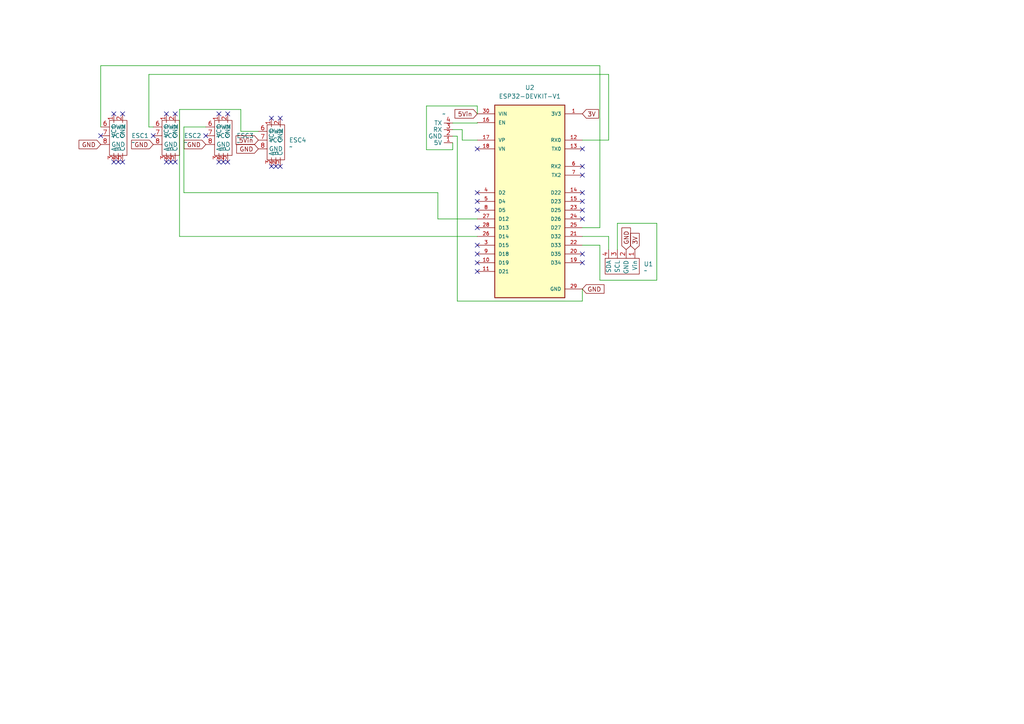
<source format=kicad_sch>
(kicad_sch (version 20250114) (generator "eeschema") (generator_version "9.0")
  (paper "A4")
  (lib_symbols
    (symbol "drone:ESC"
      (property "Reference" "ESC" (at 0 0 0))
      (symbol "ESC_0_1"
        (rectangle (start -2.54 3.175) (end 2.54 -6.985))
      )
      (symbol "ESC_1_1"
        (pin input line (at -5.08 1.27 0) (length 2.54) (name "PWM") (number "6"))
        (pin input line (at -5.08 -1.27 0) (length 2.54) (name "VCC") (number "7"))
        (pin input line (at -5.08 -3.81 0) (length 2.54) (name "GND") (number "8"))
        (pin input line (at -1.27 5.08 270) (length 2.54) (name "VCC") (number "1"))
        (pin output line (at -1.27 -8.89 90) (length 2.54) (name "A") (number "3"))
        (pin output line (at 0 -8.89 90) (length 2.54) (name "B") (number "4"))
        (pin input line (at 1.27 5.08 270) (length 2.54) (name "GND") (number "2"))
        (pin output line (at 1.27 -8.89 90) (length 2.54) (name "C") (number "5"))
      )
    )
    (symbol "drone:IMU"
      (property "Reference" "U" (at 0 -2.54 0))
      (symbol "IMU_0_1"
        (rectangle (start -5.08 4.572) (end 4.826 0))
      )
      (symbol "IMU_1_1"
        (pin input line (at -3.81 -2.54 90) (length 2.54) (name "Vin") (number "1"))
        (pin input line (at -1.27 -2.54 90) (length 2.54) (name "GND") (number "2"))
        (pin input line (at 1.27 -2.54 90) (length 2.54) (name "SCL") (number "3"))
        (pin input line (at 3.81 -2.54 90) (length 2.54) (name "SDA") (number "4"))
      )
    )
    (symbol "drone:lidar"
      (symbol "lidar_1_1"
        (pin bidirectional line (at -2.54 0 90) (length 2.54) (name "5V") (number "1"))
        (pin bidirectional line (at -0.635 0 90) (length 2.54) (name "GND") (number "2"))
        (pin bidirectional line (at 1.27 0 90) (length 2.54) (name "RX") (number "3"))
        (pin bidirectional line (at 3.175 0 90) (length 2.54) (name "TX") (number "4"))
      )
    )
    (symbol "esp32:ESP32-DEVKIT-V1" (pin_names (offset 1.016))
      (property "Reference" "U" (at -10.16 30.48 0))
      (property "Value" "ESP32-DEVKIT-V1" (at -10.16 -30.48 0))
      (symbol "ESP32-DEVKIT-V1_0_0"
        (rectangle (start -10.16 -27.94) (end 10.16 27.94) (stroke (width 0.254)) (fill (type background)))
        (pin input line (at -15.24 25.4 0) (length 5.08) (name "VIN") (number "30"))
        (pin input line (at -15.24 22.86 0) (length 5.08) (name "EN") (number "16"))
        (pin bidirectional line (at -15.24 17.78 0) (length 5.08) (name "VP") (number "17"))
        (pin bidirectional line (at -15.24 15.24 0) (length 5.08) (name "VN") (number "18"))
        (pin bidirectional line (at -15.24 2.54 0) (length 5.08) (name "D2") (number "4"))
        (pin bidirectional line (at -15.24 0 0) (length 5.08) (name "D4") (number "5"))
        (pin bidirectional line (at -15.24 -2.54 0) (length 5.08) (name "D5") (number "8"))
        (pin bidirectional line (at -15.24 -5.08 0) (length 5.08) (name "D12") (number "27"))
        (pin bidirectional line (at -15.24 -7.62 0) (length 5.08) (name "D13") (number "28"))
        (pin bidirectional line (at -15.24 -10.16 0) (length 5.08) (name "D14") (number "26"))
        (pin bidirectional line (at -15.24 -12.7 0) (length 5.08) (name "D15") (number "3"))
        (pin bidirectional line (at -15.24 -15.24 0) (length 5.08) (name "D18") (number "9"))
        (pin bidirectional line (at -15.24 -17.78 0) (length 5.08) (name "D19") (number "10"))
        (pin bidirectional line (at -15.24 -20.32 0) (length 5.08) (name "D21") (number "11"))
        (pin output line (at 15.24 25.4 180) (length 5.08) (name "3V3") (number "1"))
        (pin input line (at 15.24 17.78 180) (length 5.08) (name "RX0") (number "12"))
        (pin output line (at 15.24 15.24 180) (length 5.08) (name "TX0") (number "13"))
        (pin input line (at 15.24 10.16 180) (length 5.08) (name "RX2") (number "6"))
        (pin output line (at 15.24 7.62 180) (length 5.08) (name "TX2") (number "7"))
        (pin bidirectional line (at 15.24 2.54 180) (length 5.08) (name "D22") (number "14"))
        (pin bidirectional line (at 15.24 0 180) (length 5.08) (name "D23") (number "15"))
        (pin bidirectional line (at 15.24 -2.54 180) (length 5.08) (name "D25") (number "23"))
        (pin bidirectional line (at 15.24 -5.08 180) (length 5.08) (name "D26") (number "24"))
        (pin bidirectional line (at 15.24 -7.62 180) (length 5.08) (name "D27") (number "25"))
        (pin bidirectional line (at 15.24 -10.16 180) (length 5.08) (name "D32") (number "21"))
        (pin bidirectional line (at 15.24 -12.7 180) (length 5.08) (name "D33") (number "22"))
        (pin bidirectional line (at 15.24 -15.24 180) (length 5.08) (name "D35") (number "20"))
        (pin bidirectional line (at 15.24 -17.78 180) (length 5.08) (name "D34") (number "19"))
        (pin power_in line (at 15.24 -25.4 180) (length 5.08) (name "GND") (number "29"))
      )
    )
  )
  (no_connect (at 168.91 58.42))
  (no_connect (at 35.56 33.02))
  (no_connect (at 168.91 43.18))
  (no_connect (at 138.43 71.12))
  (no_connect (at 168.91 50.8))
  (no_connect (at 29.21 39.37))
  (no_connect (at 138.43 76.2))
  (no_connect (at 48.26 46.99))
  (no_connect (at 81.28 48.26))
  (no_connect (at 138.43 43.18))
  (no_connect (at 168.91 63.5))
  (no_connect (at 168.91 73.66))
  (no_connect (at 44.45 39.37))
  (no_connect (at 34.29 46.99))
  (no_connect (at 50.8 33.02))
  (no_connect (at 78.74 48.26))
  (no_connect (at 138.43 55.88))
  (no_connect (at 138.43 73.66))
  (no_connect (at 168.91 60.96))
  (no_connect (at 138.43 66.04))
  (no_connect (at 35.56 46.99))
  (no_connect (at 64.77 46.99))
  (no_connect (at 78.74 34.29))
  (no_connect (at 168.91 48.26))
  (no_connect (at 66.04 33.02))
  (no_connect (at 33.02 33.02))
  (no_connect (at 168.91 55.88))
  (no_connect (at 63.5 33.02))
  (no_connect (at 50.8 46.99))
  (no_connect (at 49.53 46.99))
  (no_connect (at 80.01 48.26))
  (no_connect (at 138.43 60.96))
  (no_connect (at 138.43 58.42))
  (no_connect (at 63.5 46.99))
  (no_connect (at 81.28 34.29))
  (no_connect (at 33.02 46.99))
  (no_connect (at 66.04 46.99))
  (no_connect (at 168.91 76.2))
  (no_connect (at 59.69 39.37))
  (no_connect (at 138.43 78.74))
  (no_connect (at 48.26 33.02))
  (wire (pts (xy 132.635 87.335) (xy 132.635 39.497)))
  (wire (pts (xy 168.91 83.82) (xy 168.91 87.335)))
  (wire (pts (xy 131.318 35.687) (xy 138.43 35.687)))
  (wire (pts (xy 134.064 37.592) (xy 131.318 37.592)))
  (wire (pts (xy 168.91 71.12) (xy 173.99 71.12)))
  (wire (pts (xy 138.43 30.734) (xy 123.698 30.734)))
  (wire (pts (xy 138.43 33.02) (xy 138.43 30.734)))
  (wire (pts (xy 69.85 38.1) (xy 74.93 38.1)))
  (wire (pts (xy 132.635 39.497) (xy 131.318 39.497)))
  (wire (pts (xy 69.85 31.75) (xy 52.07 31.75)))
  (wire (pts (xy 176.53 40.64) (xy 168.91 40.64)))
  (wire (pts (xy 123.698 43.434) (xy 131.318 43.434)))
  (wire (pts (xy 127 63.5) (xy 138.43 63.5)))
  (wire (pts (xy 59.69 36.83) (xy 53.34 36.83)))
  (wire (pts (xy 43.18 21.59) (xy 176.53 21.59)))
  (wire (pts (xy 173.99 81.28) (xy 190.5 81.28)))
  (wire (pts (xy 176.53 21.59) (xy 176.53 40.64)))
  (wire (pts (xy 43.18 36.83) (xy 44.45 36.83)))
  (wire (pts (xy 123.698 30.734) (xy 123.698 43.434)))
  (wire (pts (xy 29.21 36.83) (xy 29.21 19.05)))
  (wire (pts (xy 127 55.88) (xy 127 63.5)))
  (wire (pts (xy 176.53 68.58) (xy 176.53 72.39)))
  (wire (pts (xy 134.064 40.64) (xy 134.064 37.592)))
  (wire (pts (xy 138.43 40.64) (xy 134.064 40.64)))
  (wire (pts (xy 138.43 35.687) (xy 138.43 35.56)))
  (wire (pts (xy 173.99 71.12) (xy 173.99 81.28)))
  (wire (pts (xy 168.91 68.58) (xy 176.53 68.58)))
  (wire (pts (xy 190.5 81.28) (xy 190.5 64.77)))
  (wire (pts (xy 173.99 19.05) (xy 173.99 66.04)))
  (wire (pts (xy 69.85 38.1) (xy 69.85 31.75)))
  (wire (pts (xy 190.5 64.77) (xy 179.07 64.77)))
  (wire (pts (xy 53.34 36.83) (xy 53.34 55.88)))
  (wire (pts (xy 53.34 55.88) (xy 127 55.88)))
  (wire (pts (xy 173.99 66.04) (xy 168.91 66.04)))
  (wire (pts (xy 52.07 68.58) (xy 138.43 68.58)))
  (wire (pts (xy 52.07 31.75) (xy 52.07 68.58)))
  (wire (pts (xy 131.318 43.434) (xy 131.318 41.402)))
  (wire (pts (xy 29.21 19.05) (xy 173.99 19.05)))
  (wire (pts (xy 168.91 87.335) (xy 132.635 87.335)))
  (wire (pts (xy 179.07 64.77) (xy 179.07 72.39)))
  (wire (pts (xy 43.18 36.83) (xy 43.18 21.59)))
  (global_label "GND" (shape input) (at 181.61 72.39 90) (property "Intersheetrefs" "${INTERSHEET_REFS}" (effects (hide yes))))
  (global_label "GND" (shape input) (at 29.21 41.91 180) (property "Intersheetrefs" "${INTERSHEET_REFS}" (effects (hide yes))))
  (global_label "GND" (shape input) (at 59.69 41.91 180) (property "Intersheetrefs" "${INTERSHEET_REFS}" (effects (hide yes))))
  (global_label "GND" (shape input) (at 74.93 43.18 180) (property "Intersheetrefs" "${INTERSHEET_REFS}" (effects (hide yes))))
  (global_label "3V" (shape input) (at 168.91 33.02 0) (property "Intersheetrefs" "${INTERSHEET_REFS}" (effects (hide yes))))
  (global_label "GND" (shape input) (at 44.45 41.91 180) (property "Intersheetrefs" "${INTERSHEET_REFS}" (effects (hide yes))))
  (global_label "GND" (shape input) (at 168.91 83.82 0) (property "Intersheetrefs" "${INTERSHEET_REFS}" (effects (hide yes))))
  (global_label "5Vin" (shape input) (at 74.93 40.64 180) (property "Intersheetrefs" "${INTERSHEET_REFS}" (effects (hide yes))))
  (global_label "3V" (shape input) (at 184.15 72.39 90) (property "Intersheetrefs" "${INTERSHEET_REFS}" (effects (hide yes))))
  (global_label "5Vin" (shape input) (at 138.43 33.02 180) (property "Intersheetrefs" "${INTERSHEET_REFS}" (effects (hide yes))))
  (symbol (lib_id "drone:IMU") (at 180.34 74.93 180) (unit 1)
    (property "Reference" "U1" (at 186.69 76.5809 0) (effects (justify right)))
    (property "Value" "~" (at 186.69 78.486 0) (effects (justify right)))
    (property "Footprint" "Connector_PinSocket_2.54mm:PinSocket_1x10_P2.54mm_Vertical" (effects (hide yes)))
  )
  (symbol (lib_id "drone:ESC") (at 34.29 38.1 0) (unit 1)
    (property "Reference" "ESC1" (at 38.1 39.3699 0) (effects (justify left)))
    (property "Value" "~" (at 38.1 41.275 0) (effects (justify left)))
    (property "Footprint" "Connector_PinSocket_2.54mm:PinSocket_1x02_P2.54mm_Vertical" (effects (hide yes)))
  )
  (symbol (lib_id "drone:ESC") (at 64.77 38.1 0) (unit 1)
    (property "Reference" "ESC3" (at 68.58 39.3699 0) (effects (justify left)))
    (property "Value" "~" (at 68.58 41.275 0) (effects (justify left)))
    (property "Footprint" "Connector_PinSocket_2.54mm:PinSocket_1x02_P2.54mm_Vertical" (effects (hide yes)))
  )
  (symbol (lib_id "esp32:ESP32-DEVKIT-V1") (at 153.67 58.42 0) (unit 1)
    (property "Reference" "U2" (at 153.67 25.4 0))
    (property "Value" "ESP32-DEVKIT-V1" (at 153.67 27.94 0))
    (property "Footprint" "esp32:MODULE_ESP32_DEVKIT_V1" (effects (hide yes)))
    (property "MF" "Do it" (effects (hide yes)))
    (property "MAXIMUM_PACKAGE_HEIGHT" "6.8 mm" (effects (hide yes)))
    (property "Package" "None" (effects (hide yes)))
    (property "Price" "None" (effects (hide yes)))
    (property "Check_prices" "https://www.snapeda.com/parts/ESP32-DEVKIT-V1/Do+it/view-part/?ref=eda" (effects (hide yes)))
    (property "STANDARD" "Manufacturer Recommendations" (effects (hide yes)))
    (property "PARTREV" "N/A" (effects (hide yes)))
    (property "SnapEDA_Link" "https://www.snapeda.com/parts/ESP32-DEVKIT-V1/Do+it/view-part/?ref=snap" (effects (hide yes)))
    (property "MP" "ESP32-DEVKIT-V1" (effects (hide yes)))
    (property "Description_1" "Dual core, Wi-Fi: 2.4 GHz up to 150 Mbits/s,BLE (Bluetooth Low Energy) and legacy Bluetooth, 32 bits, Up to 240 MHz" (effects (hide yes)))
    (property "Availability" "Not in stock" (effects (hide yes)))
    (property "MANUFACTURER" "DOIT" (effects (hide yes)))
  )
  (symbol (lib_id "drone:lidar") (at 131.318 38.862 90) (unit 1)
    (property "Reference" "L1" (effects (hide yes)))
    (property "Value" "~" (at 128.778 33.02 90))
    (property "Footprint" "Connector_PinHeader_2.54mm:PinHeader_1x04_P2.54mm_Vertical" (effects (hide yes)))
  )
  (symbol (lib_id "drone:ESC") (at 49.53 38.1 0) (unit 1)
    (property "Reference" "ESC2" (at 53.34 39.3699 0) (effects (justify left)))
    (property "Value" "~" (at 53.34 41.275 0) (effects (justify left)))
    (property "Footprint" "Connector_PinSocket_2.54mm:PinSocket_1x02_P2.54mm_Vertical" (effects (hide yes)))
  )
  (symbol (lib_id "drone:ESC") (at 80.01 39.37 0) (unit 1)
    (property "Reference" "ESC4" (at 83.82 40.6399 0) (effects (justify left)))
    (property "Value" "~" (at 83.82 42.545 0) (effects (justify left)))
    (property "Footprint" "Connector_PinSocket_2.54mm:PinSocket_1x03_P2.54mm_Vertical" (effects (hide yes)))
  )
)
</source>
